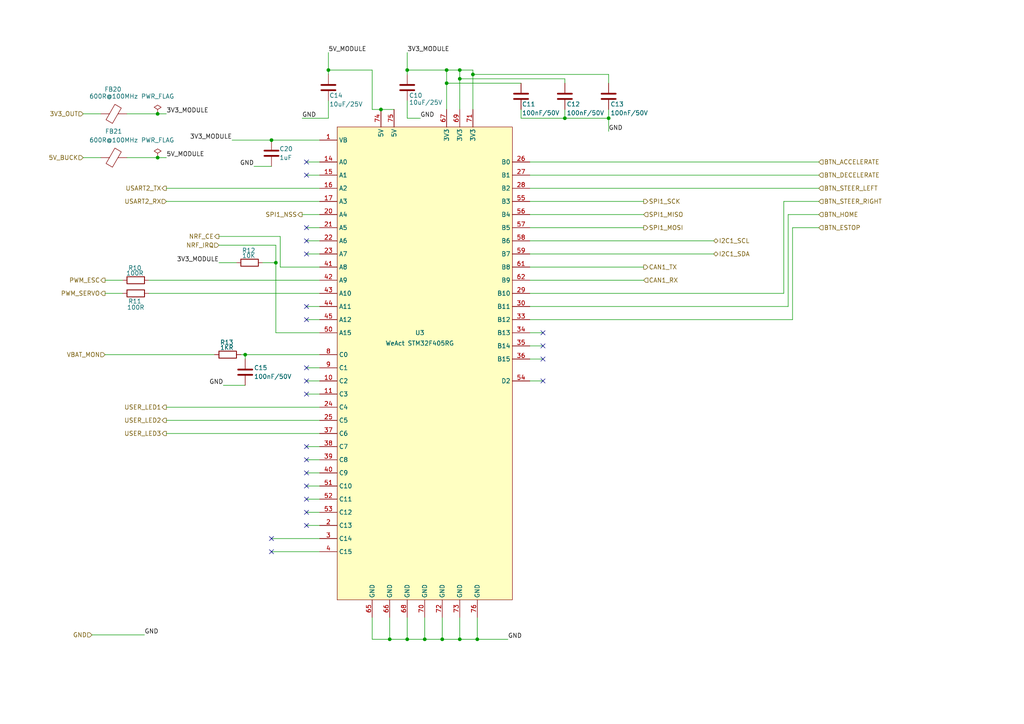
<source format=kicad_sch>
(kicad_sch (version 20250114) (generator "eeschema") (generator_version "9.0")
  (paper "A4")
  (lib_symbols
    (symbol "Custom_Modules:STM32F405_Module"
      (property "Reference" "U" (at 0 0 0))
      (symbol "STM32F405_Module_0_1"
        (polyline (pts (xy -25.4 50.8) (xy 25.4 50.8) (xy 25.4 -86.36) (xy -25.4 -86.36) (xy -25.4 50.8)) (fill (type color) (color 255 255 194 1)))
      )
      (symbol "STM32F405_Module_1_1"
        (pin power_in line (at -30.48 46.99 0) (length 5.08) (name "VB") (number "1"))
        (pin bidirectional line (at -30.48 40.64 0) (length 5.08) (name "A0") (number "14"))
        (pin bidirectional line (at -30.48 36.83 0) (length 5.08) (name "A1") (number "15"))
        (pin bidirectional line (at -30.48 33.02 0) (length 5.08) (name "A2") (number "16"))
        (pin bidirectional line (at -30.48 29.21 0) (length 5.08) (name "A3") (number "17"))
        (pin bidirectional line (at -30.48 25.4 0) (length 5.08) (name "A4") (number "20"))
        (pin bidirectional line (at -30.48 21.59 0) (length 5.08) (name "A5") (number "21"))
        (pin bidirectional line (at -30.48 17.78 0) (length 5.08) (name "A6") (number "22"))
        (pin bidirectional line (at -30.48 13.97 0) (length 5.08) (name "A7") (number "23"))
        (pin bidirectional line (at -30.48 10.16 0) (length 5.08) (name "A8") (number "41"))
        (pin bidirectional line (at -30.48 6.35 0) (length 5.08) (name "A9") (number "42"))
        (pin bidirectional line (at -30.48 2.54 0) (length 5.08) (name "A10") (number "43"))
        (pin bidirectional line (at -30.48 -1.27 0) (length 5.08) (name "A11") (number "44"))
        (pin bidirectional line (at -30.48 -5.08 0) (length 5.08) (name "A12") (number "45"))
        (pin bidirectional line (at -30.48 -8.89 0) (length 5.08) (name "A15") (number "50"))
        (pin bidirectional line (at -30.48 -15.24 0) (length 5.08) (name "C0") (number "8"))
        (pin bidirectional line (at -30.48 -19.05 0) (length 5.08) (name "C1") (number "9"))
        (pin bidirectional line (at -30.48 -22.86 0) (length 5.08) (name "C2") (number "10"))
        (pin bidirectional line (at -30.48 -26.67 0) (length 5.08) (name "C3") (number "11"))
        (pin bidirectional line (at -30.48 -30.48 0) (length 5.08) (name "C4") (number "24"))
        (pin bidirectional line (at -30.48 -34.29 0) (length 5.08) (name "C5") (number "25"))
        (pin bidirectional line (at -30.48 -38.1 0) (length 5.08) (name "C6") (number "37"))
        (pin bidirectional line (at -30.48 -41.91 0) (length 5.08) (name "C7") (number "38"))
        (pin bidirectional line (at -30.48 -45.72 0) (length 5.08) (name "C8") (number "39"))
        (pin bidirectional line (at -30.48 -49.53 0) (length 5.08) (name "C9") (number "40"))
        (pin bidirectional line (at -30.48 -53.34 0) (length 5.08) (name "C10") (number "51"))
        (pin bidirectional line (at -30.48 -57.15 0) (length 5.08) (name "C11") (number "52"))
        (pin bidirectional line (at -30.48 -60.96 0) (length 5.08) (name "C12") (number "53"))
        (pin bidirectional line (at -30.48 -64.77 0) (length 5.08) (name "C13") (number "2"))
        (pin bidirectional line (at -30.48 -68.58 0) (length 5.08) (name "C14") (number "3"))
        (pin bidirectional line (at -30.48 -72.39 0) (length 5.08) (name "C15") (number "4"))
        (pin power_in line (at -15.24 -91.44 90) (length 5.08) (name "GND") (number "65"))
        (pin power_in line (at -12.7 55.88 270) (length 5.08) (name "5V") (number "74"))
        (pin power_in line (at -10.16 -91.44 90) (length 5.08) (name "GND") (number "66"))
        (pin power_in line (at -8.89 55.88 270) (length 5.08) (name "5V") (number "75"))
        (pin power_in line (at -5.08 -91.44 90) (length 5.08) (name "GND") (number "68"))
        (pin power_in line (at 0 -91.44 90) (length 5.08) (name "GND") (number "70"))
        (pin power_in line (at 5.08 -91.44 90) (length 5.08) (name "GND") (number "72"))
        (pin power_in line (at 6.35 55.88 270) (length 5.08) (name "3V3") (number "67"))
        (pin power_in line (at 10.16 55.88 270) (length 5.08) (name "3V3") (number "69"))
        (pin power_in line (at 10.16 -91.44 90) (length 5.08) (name "GND") (number "73"))
        (pin power_in line (at 13.97 55.88 270) (length 5.08) (name "3V3") (number "71"))
        (pin power_in line (at 15.24 -91.44 90) (length 5.08) (name "GND") (number "76"))
        (pin bidirectional line (at 30.48 40.64 180) (length 5.08) (name "B0") (number "26"))
        (pin bidirectional line (at 30.48 36.83 180) (length 5.08) (name "B1") (number "27"))
        (pin bidirectional line (at 30.48 33.02 180) (length 5.08) (name "B2") (number "28"))
        (pin bidirectional line (at 30.48 29.21 180) (length 5.08) (name "B3") (number "55"))
        (pin bidirectional line (at 30.48 25.4 180) (length 5.08) (name "B4") (number "56"))
        (pin bidirectional line (at 30.48 21.59 180) (length 5.08) (name "B5") (number "57"))
        (pin bidirectional line (at 30.48 17.78 180) (length 5.08) (name "B6") (number "58"))
        (pin bidirectional line (at 30.48 13.97 180) (length 5.08) (name "B7") (number "59"))
        (pin bidirectional line (at 30.48 10.16 180) (length 5.08) (name "B8") (number "61"))
        (pin bidirectional line (at 30.48 6.35 180) (length 5.08) (name "B9") (number "62"))
        (pin bidirectional line (at 30.48 2.54 180) (length 5.08) (name "B10") (number "29"))
        (pin bidirectional line (at 30.48 -1.27 180) (length 5.08) (name "B11") (number "30"))
        (pin bidirectional line (at 30.48 -5.08 180) (length 5.08) (name "B12") (number "33"))
        (pin bidirectional line (at 30.48 -8.89 180) (length 5.08) (name "B13") (number "34"))
        (pin bidirectional line (at 30.48 -12.7 180) (length 5.08) (name "B14") (number "35"))
        (pin bidirectional line (at 30.48 -16.51 180) (length 5.08) (name "B15") (number "36"))
        (pin bidirectional line (at 30.48 -22.86 180) (length 5.08) (name "D2") (number "54"))
      )
    )
    (symbol "Device:C" (pin_numbers (hide yes)) (pin_names (offset 0.254))
      (property "Reference" "C" (at 0.635 2.54 0))
      (property "Value" "C" (at 0.635 -2.54 0))
      (symbol "C_0_1"
        (polyline (pts (xy -2.032 0.762) (xy 2.032 0.762)) (stroke (width 0.508)))
        (polyline (pts (xy -2.032 -0.762) (xy 2.032 -0.762)) (stroke (width 0.508)))
      )
      (symbol "C_1_1"
        (pin passive line (at 0 3.81 270) (length 2.794) (name "~") (number "1"))
        (pin passive line (at 0 -3.81 90) (length 2.794) (name "~") (number "2"))
      )
    )
    (symbol "Device:FerriteBead" (pin_numbers (hide yes)) (pin_names (offset 0))
      (property "Reference" "FB" (at -3.81 0.635 90))
      (property "Value" "FerriteBead" (at 3.81 0 90))
      (symbol "FerriteBead_0_1"
        (polyline (pts (xy -2.7686 0.4064) (xy -1.7018 2.2606) (xy 2.7686 -0.3048) (xy 1.6764 -2.159) (xy -2.7686 0.4064)))
        (polyline (pts (xy 0 1.27) (xy 0 1.2954)))
        (polyline (pts (xy 0 -1.27) (xy 0 -1.2192)))
      )
      (symbol "FerriteBead_1_1"
        (pin passive line (at 0 3.81 270) (length 2.54) (name "~") (number "1"))
        (pin passive line (at 0 -3.81 90) (length 2.54) (name "~") (number "2"))
      )
    )
    (symbol "Device:R" (pin_numbers (hide yes)) (pin_names (offset 0))
      (property "Reference" "R" (at 2.032 0 90))
      (property "Value" "R" (at 0 0 90))
      (symbol "R_0_1"
        (rectangle (start -1.016 -2.54) (end 1.016 2.54) (stroke (width 0.254)))
      )
      (symbol "R_1_1"
        (pin passive line (at 0 3.81 270) (length 1.27) (name "~") (number "1"))
        (pin passive line (at 0 -3.81 90) (length 1.27) (name "~") (number "2"))
      )
    )
    (symbol "power:PWR_FLAG" (power) (pin_numbers (hide yes)) (pin_names (offset 0) (hide yes))
      (property "Value" "PWR_FLAG" (at 0 3.81 0))
      (symbol "PWR_FLAG_0_0"
        (pin power_out line (at 0 0 90) (length 0) (name "~") (number "1"))
      )
      (symbol "PWR_FLAG_0_1"
        (polyline (pts (xy 0 0) (xy 0 1.27) (xy -1.016 1.905) (xy 0 2.54) (xy 1.016 1.905) (xy 0 1.27)))
      )
    )
  )
  (junction (at 118.11 20.32))
  (junction (at 80.01 76.2))
  (junction (at 129.54 24.13))
  (junction (at 133.35 185.42))
  (junction (at 113.03 185.42))
  (junction (at 128.27 185.42))
  (junction (at 163.83 34.29))
  (junction (at 133.35 22.86))
  (junction (at 138.43 185.42))
  (junction (at 129.54 20.32))
  (junction (at 133.35 20.32))
  (junction (at 45.72 45.72))
  (junction (at 95.25 20.32))
  (junction (at 71.12 102.87))
  (junction (at 176.53 34.29))
  (junction (at 45.72 33.02))
  (junction (at 118.11 185.42))
  (junction (at 123.19 185.42))
  (junction (at 110.49 31.75))
  (junction (at 78.74 40.64))
  (junction (at 137.16 21.59))
  (no_connect (at 78.74 160.02))
  (no_connect (at 88.9 144.78))
  (no_connect (at 88.9 114.3))
  (no_connect (at 88.9 110.49))
  (no_connect (at 88.9 66.04))
  (no_connect (at 88.9 148.59))
  (no_connect (at 78.74 156.21))
  (no_connect (at 157.48 100.33))
  (no_connect (at 88.9 46.99))
  (no_connect (at 157.48 110.49))
  (no_connect (at 88.9 88.9))
  (no_connect (at 88.9 106.68))
  (no_connect (at 88.9 137.16))
  (no_connect (at 88.9 129.54))
  (no_connect (at 88.9 140.97))
  (no_connect (at 88.9 50.8))
  (no_connect (at 88.9 92.71))
  (no_connect (at 88.9 69.85))
  (no_connect (at 157.48 96.52))
  (no_connect (at 157.48 104.14))
  (no_connect (at 88.9 73.66))
  (no_connect (at 88.9 152.4))
  (no_connect (at 88.9 133.35))
  (wire (pts (xy 153.67 50.8) (xy 237.49 50.8)))
  (wire (pts (xy 88.9 137.16) (xy 92.71 137.16)))
  (wire (pts (xy 153.67 100.33) (xy 157.48 100.33)))
  (wire (pts (xy 121.92 34.29) (xy 118.11 34.29)))
  (wire (pts (xy 88.9 106.68) (xy 92.71 106.68)))
  (wire (pts (xy 45.72 33.02) (xy 48.26 33.02)))
  (wire (pts (xy 118.11 185.42) (xy 123.19 185.42)))
  (wire (pts (xy 228.6 88.9) (xy 228.6 62.23)))
  (wire (pts (xy 133.35 20.32) (xy 133.35 22.86)))
  (wire (pts (xy 107.95 179.07) (xy 107.95 185.42)))
  (wire (pts (xy 133.35 20.32) (xy 137.16 20.32)))
  (wire (pts (xy 137.16 21.59) (xy 176.53 21.59)))
  (wire (pts (xy 26.67 184.15) (xy 41.91 184.15)))
  (wire (pts (xy 118.11 179.07) (xy 118.11 185.42)))
  (wire (pts (xy 76.2 76.2) (xy 80.01 76.2)))
  (wire (pts (xy 163.83 34.29) (xy 176.53 34.29)))
  (wire (pts (xy 88.9 69.85) (xy 92.71 69.85)))
  (wire (pts (xy 123.19 185.42) (xy 128.27 185.42)))
  (wire (pts (xy 88.9 152.4) (xy 92.71 152.4)))
  (wire (pts (xy 73.66 48.26) (xy 78.74 48.26)))
  (wire (pts (xy 92.71 77.47) (xy 81.28 77.47)))
  (wire (pts (xy 137.16 20.32) (xy 137.16 21.59)))
  (wire (pts (xy 48.26 121.92) (xy 92.71 121.92)))
  (wire (pts (xy 229.87 92.71) (xy 229.87 66.04)))
  (wire (pts (xy 163.83 31.75) (xy 163.83 34.29)))
  (wire (pts (xy 95.25 20.32) (xy 95.25 21.59)))
  (wire (pts (xy 95.25 15.24) (xy 95.25 20.32)))
  (wire (pts (xy 153.67 73.66) (xy 207.01 73.66)))
  (wire (pts (xy 151.13 34.29) (xy 163.83 34.29)))
  (wire (pts (xy 153.67 66.04) (xy 186.69 66.04)))
  (wire (pts (xy 64.77 111.76) (xy 71.12 111.76)))
  (wire (pts (xy 163.83 22.86) (xy 163.83 24.13)))
  (wire (pts (xy 129.54 20.32) (xy 133.35 20.32)))
  (wire (pts (xy 176.53 31.75) (xy 176.53 34.29)))
  (wire (pts (xy 48.26 54.61) (xy 92.71 54.61)))
  (wire (pts (xy 153.67 110.49) (xy 157.48 110.49)))
  (wire (pts (xy 63.5 68.58) (xy 81.28 68.58)))
  (wire (pts (xy 63.5 71.12) (xy 80.01 71.12)))
  (wire (pts (xy 78.74 160.02) (xy 92.71 160.02)))
  (wire (pts (xy 24.13 45.72) (xy 29.21 45.72)))
  (wire (pts (xy 95.25 20.32) (xy 107.95 20.32)))
  (wire (pts (xy 227.33 58.42) (xy 237.49 58.42)))
  (wire (pts (xy 88.9 140.97) (xy 92.71 140.97)))
  (wire (pts (xy 87.63 62.23) (xy 92.71 62.23)))
  (wire (pts (xy 151.13 31.75) (xy 151.13 34.29)))
  (wire (pts (xy 227.33 85.09) (xy 227.33 58.42)))
  (wire (pts (xy 228.6 62.23) (xy 237.49 62.23)))
  (wire (pts (xy 129.54 24.13) (xy 129.54 31.75)))
  (wire (pts (xy 48.26 125.73) (xy 92.71 125.73)))
  (wire (pts (xy 153.67 96.52) (xy 157.48 96.52)))
  (wire (pts (xy 71.12 104.14) (xy 71.12 102.87)))
  (wire (pts (xy 24.13 33.02) (xy 29.21 33.02)))
  (wire (pts (xy 80.01 76.2) (xy 80.01 96.52)))
  (wire (pts (xy 88.9 133.35) (xy 92.71 133.35)))
  (wire (pts (xy 137.16 21.59) (xy 137.16 31.75)))
  (wire (pts (xy 133.35 22.86) (xy 133.35 31.75)))
  (wire (pts (xy 63.5 76.2) (xy 68.58 76.2)))
  (wire (pts (xy 128.27 185.42) (xy 133.35 185.42)))
  (wire (pts (xy 69.85 102.87) (xy 71.12 102.87)))
  (wire (pts (xy 138.43 179.07) (xy 138.43 185.42)))
  (wire (pts (xy 153.67 92.71) (xy 229.87 92.71)))
  (wire (pts (xy 48.26 118.11) (xy 92.71 118.11)))
  (wire (pts (xy 118.11 20.32) (xy 129.54 20.32)))
  (wire (pts (xy 88.9 92.71) (xy 92.71 92.71)))
  (wire (pts (xy 129.54 20.32) (xy 129.54 24.13)))
  (wire (pts (xy 153.67 69.85) (xy 207.01 69.85)))
  (wire (pts (xy 123.19 179.07) (xy 123.19 185.42)))
  (wire (pts (xy 118.11 34.29) (xy 118.11 29.21)))
  (wire (pts (xy 36.83 45.72) (xy 45.72 45.72)))
  (wire (pts (xy 30.48 81.28) (xy 35.56 81.28)))
  (wire (pts (xy 133.35 22.86) (xy 163.83 22.86)))
  (wire (pts (xy 153.67 88.9) (xy 228.6 88.9)))
  (wire (pts (xy 71.12 102.87) (xy 92.71 102.87)))
  (wire (pts (xy 48.26 58.42) (xy 92.71 58.42)))
  (wire (pts (xy 30.48 102.87) (xy 62.23 102.87)))
  (wire (pts (xy 78.74 156.21) (xy 92.71 156.21)))
  (wire (pts (xy 78.74 40.64) (xy 92.71 40.64)))
  (wire (pts (xy 133.35 185.42) (xy 138.43 185.42)))
  (wire (pts (xy 107.95 31.75) (xy 110.49 31.75)))
  (wire (pts (xy 113.03 179.07) (xy 113.03 185.42)))
  (wire (pts (xy 153.67 85.09) (xy 227.33 85.09)))
  (wire (pts (xy 88.9 66.04) (xy 92.71 66.04)))
  (wire (pts (xy 88.9 88.9) (xy 92.71 88.9)))
  (wire (pts (xy 138.43 185.42) (xy 147.32 185.42)))
  (wire (pts (xy 88.9 148.59) (xy 92.71 148.59)))
  (wire (pts (xy 36.83 33.02) (xy 45.72 33.02)))
  (wire (pts (xy 88.9 114.3) (xy 92.71 114.3)))
  (wire (pts (xy 118.11 21.59) (xy 118.11 20.32)))
  (wire (pts (xy 153.67 104.14) (xy 157.48 104.14)))
  (wire (pts (xy 45.72 45.72) (xy 48.26 45.72)))
  (wire (pts (xy 118.11 15.24) (xy 118.11 20.32)))
  (wire (pts (xy 229.87 66.04) (xy 237.49 66.04)))
  (wire (pts (xy 30.48 85.09) (xy 35.56 85.09)))
  (wire (pts (xy 107.95 185.42) (xy 113.03 185.42)))
  (wire (pts (xy 88.9 73.66) (xy 92.71 73.66)))
  (wire (pts (xy 88.9 50.8) (xy 92.71 50.8)))
  (wire (pts (xy 67.31 40.64) (xy 78.74 40.64)))
  (wire (pts (xy 113.03 185.42) (xy 118.11 185.42)))
  (wire (pts (xy 128.27 179.07) (xy 128.27 185.42)))
  (wire (pts (xy 88.9 129.54) (xy 92.71 129.54)))
  (wire (pts (xy 87.63 34.29) (xy 95.25 34.29)))
  (wire (pts (xy 153.67 81.28) (xy 186.69 81.28)))
  (wire (pts (xy 88.9 144.78) (xy 92.71 144.78)))
  (wire (pts (xy 80.01 96.52) (xy 92.71 96.52)))
  (wire (pts (xy 153.67 58.42) (xy 186.69 58.42)))
  (wire (pts (xy 107.95 20.32) (xy 107.95 31.75)))
  (wire (pts (xy 110.49 31.75) (xy 114.3 31.75)))
  (wire (pts (xy 153.67 77.47) (xy 186.69 77.47)))
  (wire (pts (xy 176.53 38.1) (xy 176.53 34.29)))
  (wire (pts (xy 129.54 24.13) (xy 151.13 24.13)))
  (wire (pts (xy 80.01 71.12) (xy 80.01 76.2)))
  (wire (pts (xy 81.28 77.47) (xy 81.28 68.58)))
  (wire (pts (xy 133.35 179.07) (xy 133.35 185.42)))
  (wire (pts (xy 176.53 21.59) (xy 176.53 24.13)))
  (wire (pts (xy 43.18 81.28) (xy 92.71 81.28)))
  (wire (pts (xy 95.25 29.21) (xy 95.25 34.29)))
  (wire (pts (xy 88.9 46.99) (xy 92.71 46.99)))
  (wire (pts (xy 43.18 85.09) (xy 92.71 85.09)))
  (wire (pts (xy 153.67 54.61) (xy 237.49 54.61)))
  (wire (pts (xy 153.67 62.23) (xy 186.69 62.23)))
  (wire (pts (xy 153.67 46.99) (xy 237.49 46.99)))
  (wire (pts (xy 88.9 110.49) (xy 92.71 110.49)))
  (label "5V_MODULE" (at 48.26 45.72 0))
  (label "GND" (at 87.63 34.29 0))
  (label "GND" (at 64.77 111.76 180))
  (label "GND" (at 41.91 184.15 0))
  (label "GND" (at 121.92 34.29 0))
  (label "3V3_MODULE" (at 63.5 76.2 180))
  (label "3V3_MODULE" (at 48.26 33.02 0))
  (label "5V_MODULE" (at 95.25 15.24 0))
  (label "GND" (at 147.32 185.42 0))
  (label "GND" (at 73.66 48.26 180))
  (label "3V3_MODULE" (at 118.11 15.24 0))
  (label "3V3_MODULE" (at 67.31 40.64 180))
  (label "GND" (at 176.53 38.1 0))
  (hierarchical_label "USER_LED2" (shape output) (at 48.26 121.92 180))
  (hierarchical_label "GND" (shape input) (at 26.67 184.15 180))
  (hierarchical_label "PWM_SERVO" (shape output) (at 30.48 85.09 180))
  (hierarchical_label "3V3_OUT" (shape input) (at 24.13 33.02 180))
  (hierarchical_label "SPI1_SCK" (shape output) (at 186.69 58.42 0))
  (hierarchical_label "CAN1_TX" (shape output) (at 186.69 77.47 0))
  (hierarchical_label "VBAT_MON" (shape input) (at 30.48 102.87 180))
  (hierarchical_label "NRF_CE" (shape output) (at 63.5 68.58 180))
  (hierarchical_label "SPI1_MISO" (shape input) (at 186.69 62.23 0))
  (hierarchical_label "NRF_IRQ" (shape input) (at 63.5 71.12 180))
  (hierarchical_label "USER_LED1" (shape output) (at 48.26 118.11 180))
  (hierarchical_label "CAN1_RX" (shape input) (at 186.69 81.28 0))
  (hierarchical_label "5V_BUCK" (shape input) (at 24.13 45.72 180))
  (hierarchical_label "PWM_ESC" (shape output) (at 30.48 81.28 180))
  (hierarchical_label "I2C1_SDA" (shape bidirectional) (at 207.01 73.66 0))
  (hierarchical_label "SPI1_MOSI" (shape output) (at 186.69 66.04 0))
  (hierarchical_label "I2C1_SCL" (shape bidirectional) (at 207.01 69.85 0))
  (hierarchical_label "BTN_STEER_RIGHT" (shape input) (at 237.49 58.42 0))
  (hierarchical_label "BTN_ACCELERATE" (shape input) (at 237.49 46.99 0))
  (hierarchical_label "USER_LED3" (shape output) (at 48.26 125.73 180))
  (hierarchical_label "USART2_RX" (shape input) (at 48.26 58.42 180))
  (hierarchical_label "BTN_HOME" (shape input) (at 237.49 62.23 0))
  (hierarchical_label "SPI1_NSS" (shape output) (at 87.63 62.23 180))
  (hierarchical_label "BTN_DECELERATE" (shape input) (at 237.49 50.8 0))
  (hierarchical_label "USART2_TX" (shape output) (at 48.26 54.61 180))
  (hierarchical_label "BTN_ESTOP" (shape input) (at 237.49 66.04 0))
  (hierarchical_label "BTN_STEER_LEFT" (shape input) (at 237.49 54.61 0))
  (symbol (lib_id "Device:C") (at 71.12 107.95 0) (unit 1)
    (property "Reference" "C15" (at 73.66 106.68 0) (effects (justify left)))
    (property "Value" "100nF/50V" (at 73.66 109.22 0) (effects (justify left)))
    (property "Footprint" "Capacitor_SMD:C_0603_1608Metric" (effects (hide yes)))
    (property "Description" "Unpolarized capacitor" (effects (hide yes)))
    (property "LCSC" "C6119867" (effects (hide yes)))
  )
  (symbol (lib_id "power:PWR_FLAG") (at 45.72 33.02 0) (unit 1)
    (property "Reference" "#FLG06" (effects (hide yes)))
    (property "Value" "PWR_FLAG" (at 45.72 27.94 0))
    (property "Description" "Special symbol for telling ERC where power comes from" (effects (hide yes)))
  )
  (symbol (lib_id "Device:R") (at 66.04 102.87 90) (unit 1)
    (property "Reference" "R13" (at 65.786 99.314 90))
    (property "Value" "1KR" (at 65.786 100.838 90))
    (property "Footprint" "Resistor_SMD:R_0603_1608Metric" (effects (hide yes)))
    (property "Description" "Resistor" (effects (hide yes)))
    (property "LCSC" "C14676" (effects (hide yes)))
  )
  (symbol (lib_id "Device:FerriteBead") (at 33.02 45.72 90) (unit 1)
    (property "Reference" "FB21" (at 32.9692 38.1 90))
    (property "Value" "600R@100MHz" (at 32.9692 40.64 90))
    (property "Footprint" "Inductor_SMD:L_1206_3216Metric" (effects (hide yes)))
    (property "Description" "Ferrite bead" (effects (hide yes)))
    (property "LCSC" "C16902" (effects (hide yes)))
  )
  (symbol (lib_id "Device:C") (at 163.83 27.94 0) (unit 1)
    (property "Reference" "C12" (at 164.338 30.226 0) (effects (justify left)))
    (property "Value" "100nF/50V" (at 164.338 32.766 0) (effects (justify left)))
    (property "Footprint" "Capacitor_SMD:C_0603_1608Metric" (effects (hide yes)))
    (property "Description" "Unpolarized capacitor" (effects (hide yes)))
    (property "LCSC" "C6119867" (effects (hide yes)))
  )
  (symbol (lib_id "power:PWR_FLAG") (at 45.72 45.72 0) (unit 1)
    (property "Reference" "#FLG07" (effects (hide yes)))
    (property "Value" "PWR_FLAG" (at 45.72 40.64 0))
    (property "Description" "Special symbol for telling ERC where power comes from" (effects (hide yes)))
  )
  (symbol (lib_id "Device:C") (at 151.13 27.94 0) (unit 1)
    (property "Reference" "C11" (at 151.384 30.226 0) (effects (justify left)))
    (property "Value" "100nF/50V" (at 151.384 32.766 0) (effects (justify left)))
    (property "Footprint" "Capacitor_SMD:C_0603_1608Metric" (effects (hide yes)))
    (property "Description" "Unpolarized capacitor" (effects (hide yes)))
    (property "LCSC" "C6119867" (effects (hide yes)))
  )
  (symbol (lib_id "Device:C") (at 118.11 25.4 0) (unit 1)
    (property "Reference" "C10" (at 118.618 27.686 0) (effects (justify left)))
    (property "Value" "10uF/25V" (at 118.618 29.718 0) (effects (justify left)))
    (property "Footprint" "Capacitor_SMD:C_0603_1608Metric" (effects (hide yes)))
    (property "Description" "Unpolarized capacitor" (effects (hide yes)))
    (property "LCSC" "C6119815" (effects (hide yes)))
  )
  (symbol (lib_id "Custom_Modules:STM32F405_Module") (at 123.19 87.63 0) (unit 1) (in_bom no)
    (property "Reference" "U3" (at 120.396 96.52 0) (effects (justify left)))
    (property "Value" "WeAct STM32F405RG" (at 111.76 99.568 0) (effects (justify left)))
    (property "Footprint" "Custom_Modules:WeAct_STM32F405" (effects (hide yes)))
  )
  (symbol (lib_id "Device:R") (at 39.37 81.28 90) (unit 1)
    (property "Reference" "R10" (at 39.116 77.724 90))
    (property "Value" "100R" (at 39.116 79.248 90))
    (property "Footprint" "Resistor_SMD:R_0603_1608Metric" (effects (hide yes)))
    (property "Description" "Resistor" (effects (hide yes)))
    (property "LCSC" "C17901" (effects (hide yes)))
  )
  (symbol (lib_id "Device:C") (at 78.74 44.45 180) (unit 1)
    (property "Reference" "C20" (at 81.026 43.18 0) (effects (justify right)))
    (property "Value" "1uF" (at 81.026 45.72 0) (effects (justify right)))
    (property "Footprint" "Capacitor_SMD:C_0603_1608Metric" (effects (hide yes)))
    (property "Description" "Unpolarized capacitor" (effects (hide yes)))
    (property "LCSC" "C5199872" (effects (hide yes)))
  )
  (symbol (lib_id "Device:C") (at 95.25 25.4 0) (unit 1)
    (property "Reference" "C14" (at 95.504 27.686 0) (effects (justify left)))
    (property "Value" "10uF/25V" (at 95.504 30.226 0) (effects (justify left)))
    (property "Footprint" "Capacitor_SMD:C_0603_1608Metric" (effects (hide yes)))
    (property "Description" "Unpolarized capacitor" (effects (hide yes)))
    (property "LCSC" "C6119815" (effects (hide yes)))
  )
  (symbol (lib_id "Device:R") (at 39.37 85.09 90) (unit 1)
    (property "Reference" "R11" (at 39.116 87.376 90))
    (property "Value" "100R" (at 39.37 89.154 90))
    (property "Footprint" "Resistor_SMD:R_0603_1608Metric" (effects (hide yes)))
    (property "Description" "Resistor" (effects (hide yes)))
    (property "LCSC" "C17901" (effects (hide yes)))
  )
  (symbol (lib_id "Device:C") (at 176.53 27.94 0) (unit 1)
    (property "Reference" "C13" (at 177.038 30.226 0) (effects (justify left)))
    (property "Value" "100nF/50V" (at 177.038 32.766 0) (effects (justify left)))
    (property "Footprint" "Capacitor_SMD:C_0603_1608Metric" (effects (hide yes)))
    (property "Description" "Unpolarized capacitor" (effects (hide yes)))
    (property "LCSC" "C6119867" (effects (hide yes)))
  )
  (symbol (lib_id "Device:R") (at 72.39 76.2 90) (unit 1)
    (property "Reference" "R12" (at 72.136 72.644 90))
    (property "Value" "10K" (at 72.136 74.168 90))
    (property "Footprint" "Resistor_SMD:R_0603_1608Metric" (effects (hide yes)))
    (property "Description" "Resistor" (effects (hide yes)))
    (property "LCSC" "C15401" (effects (hide yes)))
  )
  (symbol (lib_id "Device:FerriteBead") (at 33.02 33.02 90) (unit 1)
    (property "Reference" "FB20" (at 32.766 25.908 90))
    (property "Value" "600R@100MHz" (at 32.9692 27.94 90))
    (property "Footprint" "Inductor_SMD:L_1206_3216Metric" (effects (hide yes)))
    (property "Description" "Ferrite bead" (effects (hide yes)))
    (property "LCSC" "C16902" (effects (hide yes)))
  )
)
</source>
